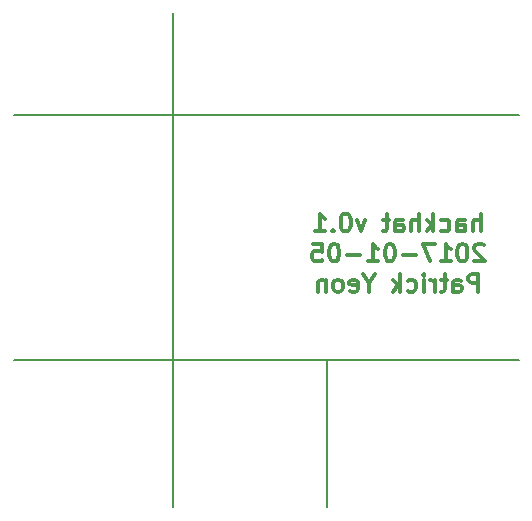
<source format=gbo>
G04 #@! TF.FileFunction,Legend,Bot*
%FSLAX46Y46*%
G04 Gerber Fmt 4.6, Leading zero omitted, Abs format (unit mm)*
G04 Created by KiCad (PCBNEW 4.0.5) date Thursday, January 05, 2017 'PMt' 10:01:30 PM*
%MOMM*%
%LPD*%
G01*
G04 APERTURE LIST*
%ADD10C,0.150000*%
%ADD11C,0.300000*%
%ADD12C,0.200000*%
G04 APERTURE END LIST*
D10*
D11*
X139514285Y-118478571D02*
X139514285Y-116978571D01*
X138871428Y-118478571D02*
X138871428Y-117692857D01*
X138942857Y-117550000D01*
X139085714Y-117478571D01*
X139299999Y-117478571D01*
X139442857Y-117550000D01*
X139514285Y-117621429D01*
X137514285Y-118478571D02*
X137514285Y-117692857D01*
X137585714Y-117550000D01*
X137728571Y-117478571D01*
X138014285Y-117478571D01*
X138157142Y-117550000D01*
X137514285Y-118407143D02*
X137657142Y-118478571D01*
X138014285Y-118478571D01*
X138157142Y-118407143D01*
X138228571Y-118264286D01*
X138228571Y-118121429D01*
X138157142Y-117978571D01*
X138014285Y-117907143D01*
X137657142Y-117907143D01*
X137514285Y-117835714D01*
X136157142Y-118407143D02*
X136299999Y-118478571D01*
X136585713Y-118478571D01*
X136728571Y-118407143D01*
X136799999Y-118335714D01*
X136871428Y-118192857D01*
X136871428Y-117764286D01*
X136799999Y-117621429D01*
X136728571Y-117550000D01*
X136585713Y-117478571D01*
X136299999Y-117478571D01*
X136157142Y-117550000D01*
X135514285Y-118478571D02*
X135514285Y-116978571D01*
X135371428Y-117907143D02*
X134942857Y-118478571D01*
X134942857Y-117478571D02*
X135514285Y-118050000D01*
X134299999Y-118478571D02*
X134299999Y-116978571D01*
X133657142Y-118478571D02*
X133657142Y-117692857D01*
X133728571Y-117550000D01*
X133871428Y-117478571D01*
X134085713Y-117478571D01*
X134228571Y-117550000D01*
X134299999Y-117621429D01*
X132299999Y-118478571D02*
X132299999Y-117692857D01*
X132371428Y-117550000D01*
X132514285Y-117478571D01*
X132799999Y-117478571D01*
X132942856Y-117550000D01*
X132299999Y-118407143D02*
X132442856Y-118478571D01*
X132799999Y-118478571D01*
X132942856Y-118407143D01*
X133014285Y-118264286D01*
X133014285Y-118121429D01*
X132942856Y-117978571D01*
X132799999Y-117907143D01*
X132442856Y-117907143D01*
X132299999Y-117835714D01*
X131799999Y-117478571D02*
X131228570Y-117478571D01*
X131585713Y-116978571D02*
X131585713Y-118264286D01*
X131514285Y-118407143D01*
X131371427Y-118478571D01*
X131228570Y-118478571D01*
X129728570Y-117478571D02*
X129371427Y-118478571D01*
X129014285Y-117478571D01*
X128157142Y-116978571D02*
X128014285Y-116978571D01*
X127871428Y-117050000D01*
X127799999Y-117121429D01*
X127728570Y-117264286D01*
X127657142Y-117550000D01*
X127657142Y-117907143D01*
X127728570Y-118192857D01*
X127799999Y-118335714D01*
X127871428Y-118407143D01*
X128014285Y-118478571D01*
X128157142Y-118478571D01*
X128299999Y-118407143D01*
X128371428Y-118335714D01*
X128442856Y-118192857D01*
X128514285Y-117907143D01*
X128514285Y-117550000D01*
X128442856Y-117264286D01*
X128371428Y-117121429D01*
X128299999Y-117050000D01*
X128157142Y-116978571D01*
X127014285Y-118335714D02*
X126942857Y-118407143D01*
X127014285Y-118478571D01*
X127085714Y-118407143D01*
X127014285Y-118335714D01*
X127014285Y-118478571D01*
X125514285Y-118478571D02*
X126371428Y-118478571D01*
X125942856Y-118478571D02*
X125942856Y-116978571D01*
X126085713Y-117192857D01*
X126228571Y-117335714D01*
X126371428Y-117407143D01*
X139835713Y-119671429D02*
X139764284Y-119600000D01*
X139621427Y-119528571D01*
X139264284Y-119528571D01*
X139121427Y-119600000D01*
X139049998Y-119671429D01*
X138978570Y-119814286D01*
X138978570Y-119957143D01*
X139049998Y-120171429D01*
X139907141Y-121028571D01*
X138978570Y-121028571D01*
X138049999Y-119528571D02*
X137907142Y-119528571D01*
X137764285Y-119600000D01*
X137692856Y-119671429D01*
X137621427Y-119814286D01*
X137549999Y-120100000D01*
X137549999Y-120457143D01*
X137621427Y-120742857D01*
X137692856Y-120885714D01*
X137764285Y-120957143D01*
X137907142Y-121028571D01*
X138049999Y-121028571D01*
X138192856Y-120957143D01*
X138264285Y-120885714D01*
X138335713Y-120742857D01*
X138407142Y-120457143D01*
X138407142Y-120100000D01*
X138335713Y-119814286D01*
X138264285Y-119671429D01*
X138192856Y-119600000D01*
X138049999Y-119528571D01*
X136121428Y-121028571D02*
X136978571Y-121028571D01*
X136549999Y-121028571D02*
X136549999Y-119528571D01*
X136692856Y-119742857D01*
X136835714Y-119885714D01*
X136978571Y-119957143D01*
X135621428Y-119528571D02*
X134621428Y-119528571D01*
X135264285Y-121028571D01*
X134050000Y-120457143D02*
X132907143Y-120457143D01*
X131907143Y-119528571D02*
X131764286Y-119528571D01*
X131621429Y-119600000D01*
X131550000Y-119671429D01*
X131478571Y-119814286D01*
X131407143Y-120100000D01*
X131407143Y-120457143D01*
X131478571Y-120742857D01*
X131550000Y-120885714D01*
X131621429Y-120957143D01*
X131764286Y-121028571D01*
X131907143Y-121028571D01*
X132050000Y-120957143D01*
X132121429Y-120885714D01*
X132192857Y-120742857D01*
X132264286Y-120457143D01*
X132264286Y-120100000D01*
X132192857Y-119814286D01*
X132121429Y-119671429D01*
X132050000Y-119600000D01*
X131907143Y-119528571D01*
X129978572Y-121028571D02*
X130835715Y-121028571D01*
X130407143Y-121028571D02*
X130407143Y-119528571D01*
X130550000Y-119742857D01*
X130692858Y-119885714D01*
X130835715Y-119957143D01*
X129335715Y-120457143D02*
X128192858Y-120457143D01*
X127192858Y-119528571D02*
X127050001Y-119528571D01*
X126907144Y-119600000D01*
X126835715Y-119671429D01*
X126764286Y-119814286D01*
X126692858Y-120100000D01*
X126692858Y-120457143D01*
X126764286Y-120742857D01*
X126835715Y-120885714D01*
X126907144Y-120957143D01*
X127050001Y-121028571D01*
X127192858Y-121028571D01*
X127335715Y-120957143D01*
X127407144Y-120885714D01*
X127478572Y-120742857D01*
X127550001Y-120457143D01*
X127550001Y-120100000D01*
X127478572Y-119814286D01*
X127407144Y-119671429D01*
X127335715Y-119600000D01*
X127192858Y-119528571D01*
X125335715Y-119528571D02*
X126050001Y-119528571D01*
X126121430Y-120242857D01*
X126050001Y-120171429D01*
X125907144Y-120100000D01*
X125550001Y-120100000D01*
X125407144Y-120171429D01*
X125335715Y-120242857D01*
X125264287Y-120385714D01*
X125264287Y-120742857D01*
X125335715Y-120885714D01*
X125407144Y-120957143D01*
X125550001Y-121028571D01*
X125907144Y-121028571D01*
X126050001Y-120957143D01*
X126121430Y-120885714D01*
X139335714Y-123578571D02*
X139335714Y-122078571D01*
X138764286Y-122078571D01*
X138621428Y-122150000D01*
X138550000Y-122221429D01*
X138478571Y-122364286D01*
X138478571Y-122578571D01*
X138550000Y-122721429D01*
X138621428Y-122792857D01*
X138764286Y-122864286D01*
X139335714Y-122864286D01*
X137192857Y-123578571D02*
X137192857Y-122792857D01*
X137264286Y-122650000D01*
X137407143Y-122578571D01*
X137692857Y-122578571D01*
X137835714Y-122650000D01*
X137192857Y-123507143D02*
X137335714Y-123578571D01*
X137692857Y-123578571D01*
X137835714Y-123507143D01*
X137907143Y-123364286D01*
X137907143Y-123221429D01*
X137835714Y-123078571D01*
X137692857Y-123007143D01*
X137335714Y-123007143D01*
X137192857Y-122935714D01*
X136692857Y-122578571D02*
X136121428Y-122578571D01*
X136478571Y-122078571D02*
X136478571Y-123364286D01*
X136407143Y-123507143D01*
X136264285Y-123578571D01*
X136121428Y-123578571D01*
X135621428Y-123578571D02*
X135621428Y-122578571D01*
X135621428Y-122864286D02*
X135550000Y-122721429D01*
X135478571Y-122650000D01*
X135335714Y-122578571D01*
X135192857Y-122578571D01*
X134692857Y-123578571D02*
X134692857Y-122578571D01*
X134692857Y-122078571D02*
X134764286Y-122150000D01*
X134692857Y-122221429D01*
X134621429Y-122150000D01*
X134692857Y-122078571D01*
X134692857Y-122221429D01*
X133335714Y-123507143D02*
X133478571Y-123578571D01*
X133764285Y-123578571D01*
X133907143Y-123507143D01*
X133978571Y-123435714D01*
X134050000Y-123292857D01*
X134050000Y-122864286D01*
X133978571Y-122721429D01*
X133907143Y-122650000D01*
X133764285Y-122578571D01*
X133478571Y-122578571D01*
X133335714Y-122650000D01*
X132692857Y-123578571D02*
X132692857Y-122078571D01*
X132550000Y-123007143D02*
X132121429Y-123578571D01*
X132121429Y-122578571D02*
X132692857Y-123150000D01*
X130050000Y-122864286D02*
X130050000Y-123578571D01*
X130550000Y-122078571D02*
X130050000Y-122864286D01*
X129550000Y-122078571D01*
X128478572Y-123507143D02*
X128621429Y-123578571D01*
X128907143Y-123578571D01*
X129050000Y-123507143D01*
X129121429Y-123364286D01*
X129121429Y-122792857D01*
X129050000Y-122650000D01*
X128907143Y-122578571D01*
X128621429Y-122578571D01*
X128478572Y-122650000D01*
X128407143Y-122792857D01*
X128407143Y-122935714D01*
X129121429Y-123078571D01*
X127550000Y-123578571D02*
X127692858Y-123507143D01*
X127764286Y-123435714D01*
X127835715Y-123292857D01*
X127835715Y-122864286D01*
X127764286Y-122721429D01*
X127692858Y-122650000D01*
X127550000Y-122578571D01*
X127335715Y-122578571D01*
X127192858Y-122650000D01*
X127121429Y-122721429D01*
X127050000Y-122864286D01*
X127050000Y-123292857D01*
X127121429Y-123435714D01*
X127192858Y-123507143D01*
X127335715Y-123578571D01*
X127550000Y-123578571D01*
X126407143Y-122578571D02*
X126407143Y-123578571D01*
X126407143Y-122721429D02*
X126335715Y-122650000D01*
X126192857Y-122578571D01*
X125978572Y-122578571D01*
X125835715Y-122650000D01*
X125764286Y-122792857D01*
X125764286Y-123578571D01*
D12*
X142750000Y-129350000D02*
X100000000Y-129350000D01*
X126500000Y-141850000D02*
X126500000Y-129350000D01*
X113500000Y-100000000D02*
X113500000Y-141850000D01*
X142750000Y-108600000D02*
X100000000Y-108600000D01*
M02*

</source>
